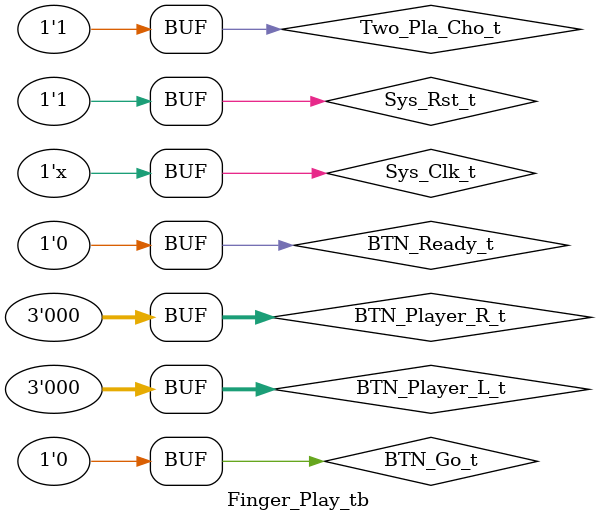
<source format=v>
`timescale 10ns/10ns
module Finger_Play_tb();

parameter T=0.1;
parameter Delay = 5_000_00;
	
	/*输入接口*/
	reg Sys_Clk_t;
	reg Sys_Rst_t;
	reg BTN_Ready_t;
	reg BTN_Go_t;
	reg [2:0] BTN_Player_L_t;
	reg [2:0] BTN_Player_R_t;
	reg Two_Pla_Cho_t;
	
	/*输出接口*/
	wire LED_t;
	wire [5:0] LED_Test_t;
	wire [7:0] ROW_t;
	wire [7:0] COL_t;
	wire [6:0] Segment_t;
	wire [7:0] Scan_t;
	wire piano_out_t;
	wire lcd_en_t;
    wire lcd_rw_t;
    wire lcd_rs_t;
    wire [7:0] DATA_BUS_t;
	
	/*初始化*/
	initial begin
		Sys_Clk_t = 1'b0;
		#(T+1) 
        #(T+1) BTN_Ready_t = 1'b0;
		#(T+1) BTN_Go_t = 1'b0;
		#(T+1) Two_Pla_Cho_t = 1'b1;
		#(T+1) Sys_Rst_t = 1'b1;
        BTN_Player_L_t = 3'b0;
        BTN_Player_R_t = 3'b0;
	end
	
	/*输入测试*/
	always #(10*T) Sys_Clk_t = ~Sys_Clk_t;
    always begin
		#(Delay*T)BTN_Ready_t = 1'b1;#(Delay*T) BTN_Ready_t = 1'b0;
		#(Delay*T)BTN_Player_L_t = 3'b001;BTN_Player_R_t = 3'b001;#(Delay*T)BTN_Player_L_t = 3'b000;BTN_Player_R_t = 3'b000;//左石头右石头
		#(Delay*T)BTN_Go_t = 1'b1;	 #(Delay*T) BTN_Go_t = 1'b0;
		#(Delay*T)BTN_Ready_t = 1'b1;#(Delay*T) BTN_Ready_t = 1'b0;
		#(Delay*T)BTN_Player_L_t = 3'b001;BTN_Player_R_t = 3'b010;#(Delay*T)BTN_Player_L_t = 3'b000;BTN_Player_R_t = 3'b000;//左石头右剪刀
		#(Delay*T)BTN_Go_t = 1'b1;	 #(Delay*T) BTN_Go_t = 1'b0;
		#(Delay*T)BTN_Ready_t = 1'b1;#(Delay*T) BTN_Ready_t = 1'b0;
		#(Delay*T)BTN_Player_L_t = 3'b100;BTN_Player_R_t = 3'b001;#(Delay*T)BTN_Player_L_t = 3'b000;BTN_Player_R_t = 3'b000;//左布右石头
		#(Delay*T)BTN_Go_t = 1'b1;	 #(Delay*T) BTN_Go_t = 1'b0;
		#(Delay*T)BTN_Ready_t = 1'b1;#(Delay*T) BTN_Ready_t = 1'b0;
		#(Delay*T)BTN_Player_L_t = 3'b010;BTN_Player_R_t = 3'b100;#(Delay*T)BTN_Player_L_t = 3'b000;BTN_Player_R_t = 3'b000;//左剪刀右布
		#(Delay*T)BTN_Go_t = 1'b1;	 #(Delay*T) BTN_Go_t = 1'b0;
		#(Delay*T)BTN_Ready_t = 1'b1;#(Delay*T) BTN_Ready_t = 1'b0;
		#(2*Delay*T)Sys_Rst_t = 1'b0;#(Delay*T)Sys_Rst_t = 1'b1;
	end
	
	/*模块例化*/
	Finger_Play Finger_Play_u1(
		.Sys_Clk		(Sys_Clk_t),
		.Sys_Rst		(Sys_Rst_t),
		.BTN_Ready		(BTN_Ready_t),
		.BTN_Go			(BTN_Go_t),
		.BTN_Player_L	(BTN_Player_L_t),
		.BTN_Player_R	(BTN_Player_R_t),
		.Two_Pla_Cho	(Two_Pla_Cho_t),
		.LED			(LED_t),
		.LED_Test		(LED_Test_t),
		.ROW			(ROW_t),
		.COL			(COL_t),
		.Segment		(Segment_t),
		.Scan			(Scan_t),
		.piano_out		(piano_out_t),
		.lcd_en			(lcd_en_t),
		.lcd_rw			(lcd_rw_t),
		.lcd_rs			(lcd_rs_t),
		.DATA_BUS		(DATA_BUS_t)
	);

endmodule 
</source>
